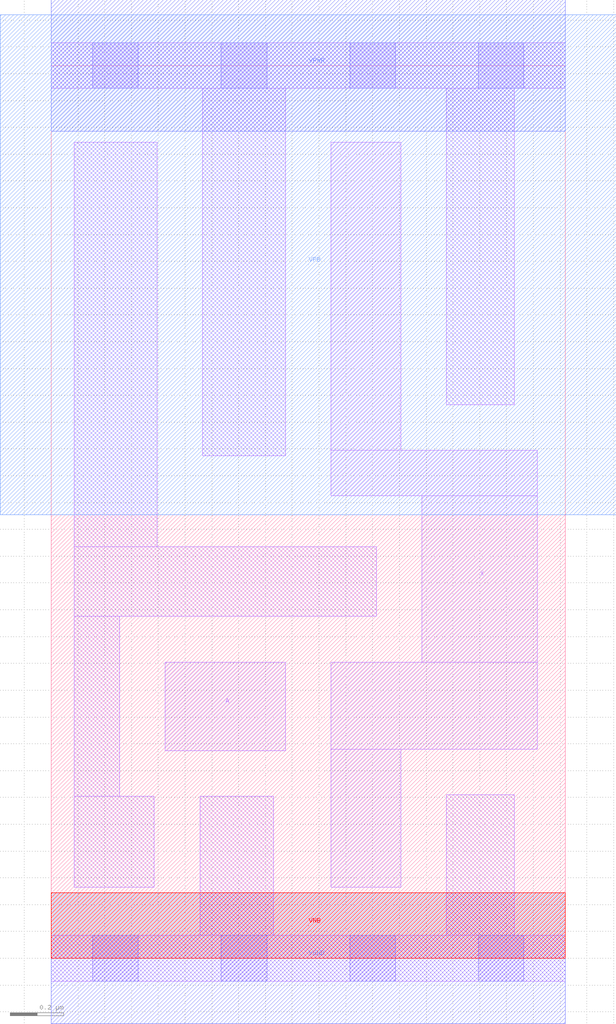
<source format=lef>
# Copyright 2020 The SkyWater PDK Authors
#
# Licensed under the Apache License, Version 2.0 (the "License");
# you may not use this file except in compliance with the License.
# You may obtain a copy of the License at
#
#     https://www.apache.org/licenses/LICENSE-2.0
#
# Unless required by applicable law or agreed to in writing, software
# distributed under the License is distributed on an "AS IS" BASIS,
# WITHOUT WARRANTIES OR CONDITIONS OF ANY KIND, either express or implied.
# See the License for the specific language governing permissions and
# limitations under the License.
#
# SPDX-License-Identifier: Apache-2.0

VERSION 5.7 ;
  NOWIREEXTENSIONATPIN ON ;
  DIVIDERCHAR "/" ;
  BUSBITCHARS "[]" ;
MACRO sky130_fd_sc_lp__clkbuf_2
  CLASS CORE ;
  FOREIGN sky130_fd_sc_lp__clkbuf_2 ;
  ORIGIN  0.000000  0.000000 ;
  SIZE  1.920000 BY  3.330000 ;
  SYMMETRY X Y R90 ;
  SITE unit ;
  PIN A
    ANTENNAGATEAREA  0.252000 ;
    DIRECTION INPUT ;
    USE SIGNAL ;
    PORT
      LAYER li1 ;
        RECT 0.425000 0.775000 0.875000 1.105000 ;
    END
  END A
  PIN X
    ANTENNADIFFAREA  0.470400 ;
    DIRECTION OUTPUT ;
    USE SIGNAL ;
    PORT
      LAYER li1 ;
        RECT 1.045000 0.265000 1.305000 0.780000 ;
        RECT 1.045000 0.780000 1.815000 1.105000 ;
        RECT 1.045000 1.725000 1.815000 1.895000 ;
        RECT 1.045000 1.895000 1.305000 3.045000 ;
        RECT 1.385000 1.105000 1.815000 1.725000 ;
    END
  END X
  PIN VGND
    DIRECTION INOUT ;
    USE GROUND ;
    PORT
      LAYER met1 ;
        RECT 0.000000 -0.245000 1.920000 0.245000 ;
    END
  END VGND
  PIN VNB
    DIRECTION INOUT ;
    USE GROUND ;
    PORT
      LAYER pwell ;
        RECT 0.000000 0.000000 1.920000 0.245000 ;
    END
  END VNB
  PIN VPB
    DIRECTION INOUT ;
    USE POWER ;
    PORT
      LAYER nwell ;
        RECT -0.190000 1.655000 2.110000 3.520000 ;
    END
  END VPB
  PIN VPWR
    DIRECTION INOUT ;
    USE POWER ;
    PORT
      LAYER met1 ;
        RECT 0.000000 3.085000 1.920000 3.575000 ;
    END
  END VPWR
  OBS
    LAYER li1 ;
      RECT 0.000000 -0.085000 1.920000 0.085000 ;
      RECT 0.000000  3.245000 1.920000 3.415000 ;
      RECT 0.085000  0.265000 0.385000 0.605000 ;
      RECT 0.085000  0.605000 0.255000 1.275000 ;
      RECT 0.085000  1.275000 1.215000 1.535000 ;
      RECT 0.085000  1.535000 0.395000 3.045000 ;
      RECT 0.555000  0.085000 0.830000 0.605000 ;
      RECT 0.565000  1.875000 0.875000 3.245000 ;
      RECT 1.475000  0.085000 1.730000 0.610000 ;
      RECT 1.475000  2.065000 1.730000 3.245000 ;
    LAYER mcon ;
      RECT 0.155000 -0.085000 0.325000 0.085000 ;
      RECT 0.155000  3.245000 0.325000 3.415000 ;
      RECT 0.635000 -0.085000 0.805000 0.085000 ;
      RECT 0.635000  3.245000 0.805000 3.415000 ;
      RECT 1.115000 -0.085000 1.285000 0.085000 ;
      RECT 1.115000  3.245000 1.285000 3.415000 ;
      RECT 1.595000 -0.085000 1.765000 0.085000 ;
      RECT 1.595000  3.245000 1.765000 3.415000 ;
  END
END sky130_fd_sc_lp__clkbuf_2
END LIBRARY

</source>
